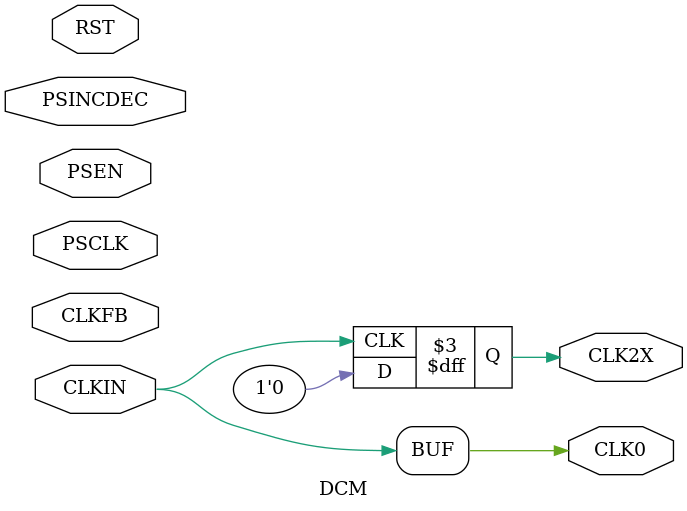
<source format=v>
module DCM(CLKIN,PSCLK,PSEN,PSINCDEC,RST,CLK2X,CLK0,CLKFB);
input CLKIN, PSCLK, PSEN, PSINCDEC, RST, CLKFB;
output CLK2X, CLK0;
assign #1 CLK0 = CLKIN;
reg CLK2X;
initial CLK2X=0;
always @(posedge CLK0)
begin
  CLK2X = 1'b1;
  #5;
  CLK2X = 1'b0;
  #5;
  CLK2X = 1'b1;
  #5;
  CLK2X = 1'b0;
end
endmodule
</source>
